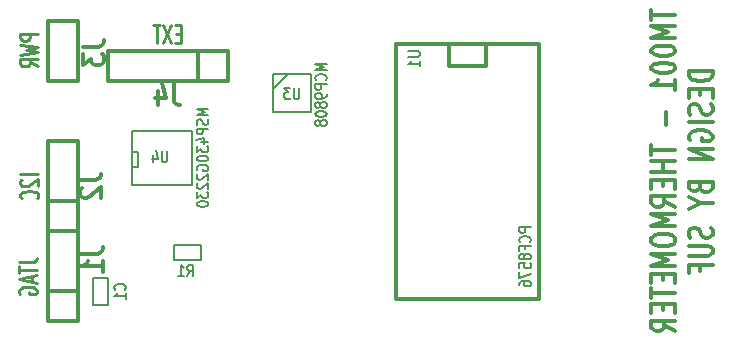
<source format=gbo>
G04 (created by PCBNEW-RS274X (2012-01-19 BZR 3256)-stable) date 18/05/2013 06:36:34*
G01*
G70*
G90*
%MOIN*%
G04 Gerber Fmt 3.4, Leading zero omitted, Abs format*
%FSLAX34Y34*%
G04 APERTURE LIST*
%ADD10C,0.006000*%
%ADD11C,0.012000*%
%ADD12C,0.005000*%
%ADD13C,0.008000*%
%ADD14C,0.005900*%
%ADD15C,0.011800*%
%ADD16C,0.010000*%
G04 APERTURE END LIST*
G54D10*
G54D11*
X80124Y-37114D02*
X80124Y-37457D01*
X80924Y-37286D02*
X80124Y-37286D01*
X80924Y-37657D02*
X80124Y-37657D01*
X80695Y-37857D01*
X80124Y-38057D01*
X80924Y-38057D01*
X80124Y-38457D02*
X80124Y-38514D01*
X80162Y-38571D01*
X80200Y-38600D01*
X80276Y-38629D01*
X80429Y-38657D01*
X80619Y-38657D01*
X80771Y-38629D01*
X80848Y-38600D01*
X80886Y-38571D01*
X80924Y-38514D01*
X80924Y-38457D01*
X80886Y-38400D01*
X80848Y-38371D01*
X80771Y-38343D01*
X80619Y-38314D01*
X80429Y-38314D01*
X80276Y-38343D01*
X80200Y-38371D01*
X80162Y-38400D01*
X80124Y-38457D01*
X80124Y-39028D02*
X80124Y-39085D01*
X80162Y-39142D01*
X80200Y-39171D01*
X80276Y-39200D01*
X80429Y-39228D01*
X80619Y-39228D01*
X80771Y-39200D01*
X80848Y-39171D01*
X80886Y-39142D01*
X80924Y-39085D01*
X80924Y-39028D01*
X80886Y-38971D01*
X80848Y-38942D01*
X80771Y-38914D01*
X80619Y-38885D01*
X80429Y-38885D01*
X80276Y-38914D01*
X80200Y-38942D01*
X80162Y-38971D01*
X80124Y-39028D01*
X80924Y-39799D02*
X80924Y-39456D01*
X80924Y-39628D02*
X80124Y-39628D01*
X80238Y-39571D01*
X80314Y-39513D01*
X80352Y-39456D01*
X80619Y-40513D02*
X80619Y-40970D01*
X80124Y-41627D02*
X80124Y-41970D01*
X80924Y-41799D02*
X80124Y-41799D01*
X80924Y-42170D02*
X80124Y-42170D01*
X80505Y-42170D02*
X80505Y-42513D01*
X80924Y-42513D02*
X80124Y-42513D01*
X80505Y-42799D02*
X80505Y-42999D01*
X80924Y-43085D02*
X80924Y-42799D01*
X80124Y-42799D01*
X80124Y-43085D01*
X80924Y-43685D02*
X80543Y-43485D01*
X80924Y-43342D02*
X80124Y-43342D01*
X80124Y-43570D01*
X80162Y-43628D01*
X80200Y-43656D01*
X80276Y-43685D01*
X80390Y-43685D01*
X80467Y-43656D01*
X80505Y-43628D01*
X80543Y-43570D01*
X80543Y-43342D01*
X80924Y-43942D02*
X80124Y-43942D01*
X80695Y-44142D01*
X80124Y-44342D01*
X80924Y-44342D01*
X80124Y-44742D02*
X80124Y-44856D01*
X80162Y-44914D01*
X80238Y-44971D01*
X80390Y-44999D01*
X80657Y-44999D01*
X80810Y-44971D01*
X80886Y-44914D01*
X80924Y-44856D01*
X80924Y-44742D01*
X80886Y-44685D01*
X80810Y-44628D01*
X80657Y-44599D01*
X80390Y-44599D01*
X80238Y-44628D01*
X80162Y-44685D01*
X80124Y-44742D01*
X80924Y-45257D02*
X80124Y-45257D01*
X80695Y-45457D01*
X80124Y-45657D01*
X80924Y-45657D01*
X80505Y-45943D02*
X80505Y-46143D01*
X80924Y-46229D02*
X80924Y-45943D01*
X80124Y-45943D01*
X80124Y-46229D01*
X80124Y-46400D02*
X80124Y-46743D01*
X80924Y-46572D02*
X80124Y-46572D01*
X80505Y-46943D02*
X80505Y-47143D01*
X80924Y-47229D02*
X80924Y-46943D01*
X80124Y-46943D01*
X80124Y-47229D01*
X80924Y-47829D02*
X80543Y-47629D01*
X80924Y-47486D02*
X80124Y-47486D01*
X80124Y-47714D01*
X80162Y-47772D01*
X80200Y-47800D01*
X80276Y-47829D01*
X80390Y-47829D01*
X80467Y-47800D01*
X80505Y-47772D01*
X80543Y-47714D01*
X80543Y-47486D01*
X82164Y-39158D02*
X81364Y-39158D01*
X81364Y-39301D01*
X81402Y-39386D01*
X81478Y-39444D01*
X81554Y-39472D01*
X81707Y-39501D01*
X81821Y-39501D01*
X81973Y-39472D01*
X82050Y-39444D01*
X82126Y-39386D01*
X82164Y-39301D01*
X82164Y-39158D01*
X81745Y-39758D02*
X81745Y-39958D01*
X82164Y-40044D02*
X82164Y-39758D01*
X81364Y-39758D01*
X81364Y-40044D01*
X82126Y-40272D02*
X82164Y-40358D01*
X82164Y-40501D01*
X82126Y-40558D01*
X82088Y-40587D01*
X82011Y-40615D01*
X81935Y-40615D01*
X81859Y-40587D01*
X81821Y-40558D01*
X81783Y-40501D01*
X81745Y-40387D01*
X81707Y-40329D01*
X81669Y-40301D01*
X81592Y-40272D01*
X81516Y-40272D01*
X81440Y-40301D01*
X81402Y-40329D01*
X81364Y-40387D01*
X81364Y-40529D01*
X81402Y-40615D01*
X82164Y-40872D02*
X81364Y-40872D01*
X81402Y-41472D02*
X81364Y-41415D01*
X81364Y-41329D01*
X81402Y-41244D01*
X81478Y-41186D01*
X81554Y-41158D01*
X81707Y-41129D01*
X81821Y-41129D01*
X81973Y-41158D01*
X82050Y-41186D01*
X82126Y-41244D01*
X82164Y-41329D01*
X82164Y-41386D01*
X82126Y-41472D01*
X82088Y-41501D01*
X81821Y-41501D01*
X81821Y-41386D01*
X82164Y-41758D02*
X81364Y-41758D01*
X82164Y-42101D01*
X81364Y-42101D01*
X81745Y-43044D02*
X81783Y-43130D01*
X81821Y-43158D01*
X81897Y-43187D01*
X82011Y-43187D01*
X82088Y-43158D01*
X82126Y-43130D01*
X82164Y-43072D01*
X82164Y-42844D01*
X81364Y-42844D01*
X81364Y-43044D01*
X81402Y-43101D01*
X81440Y-43130D01*
X81516Y-43158D01*
X81592Y-43158D01*
X81669Y-43130D01*
X81707Y-43101D01*
X81745Y-43044D01*
X81745Y-42844D01*
X81783Y-43558D02*
X82164Y-43558D01*
X81364Y-43358D02*
X81783Y-43558D01*
X81364Y-43758D01*
X82126Y-44386D02*
X82164Y-44472D01*
X82164Y-44615D01*
X82126Y-44672D01*
X82088Y-44701D01*
X82011Y-44729D01*
X81935Y-44729D01*
X81859Y-44701D01*
X81821Y-44672D01*
X81783Y-44615D01*
X81745Y-44501D01*
X81707Y-44443D01*
X81669Y-44415D01*
X81592Y-44386D01*
X81516Y-44386D01*
X81440Y-44415D01*
X81402Y-44443D01*
X81364Y-44501D01*
X81364Y-44643D01*
X81402Y-44729D01*
X81364Y-44986D02*
X82011Y-44986D01*
X82088Y-45014D01*
X82126Y-45043D01*
X82164Y-45100D01*
X82164Y-45214D01*
X82126Y-45272D01*
X82088Y-45300D01*
X82011Y-45329D01*
X81364Y-45329D01*
X81745Y-45815D02*
X81745Y-45615D01*
X82164Y-45615D02*
X81364Y-45615D01*
X81364Y-45901D01*
X71620Y-38250D02*
X71620Y-46750D01*
X76370Y-46750D02*
X76370Y-38250D01*
X76370Y-38250D02*
X71620Y-38250D01*
X71620Y-46750D02*
X76370Y-46750D01*
X73370Y-38250D02*
X73370Y-39000D01*
X73370Y-39000D02*
X74620Y-39000D01*
X74620Y-39000D02*
X74620Y-38250D01*
G54D12*
X62800Y-42950D02*
X64800Y-42950D01*
X64800Y-42950D02*
X64800Y-41150D01*
X64800Y-41150D02*
X62800Y-41150D01*
X62800Y-41150D02*
X62800Y-42950D01*
X62800Y-42350D02*
X63000Y-42350D01*
X63000Y-42350D02*
X63000Y-41850D01*
X63000Y-41850D02*
X62800Y-41850D01*
G54D13*
X68025Y-39275D02*
X67525Y-39750D01*
X67525Y-39275D02*
X68775Y-39275D01*
X68775Y-39275D02*
X68775Y-40525D01*
X68775Y-40525D02*
X67525Y-40525D01*
X67525Y-40525D02*
X67525Y-39275D01*
G54D11*
X60000Y-44500D02*
X61000Y-44500D01*
X61000Y-44500D02*
X61000Y-41500D01*
X61000Y-41500D02*
X60000Y-41500D01*
X60000Y-41500D02*
X60000Y-44500D01*
X61000Y-43500D02*
X60000Y-43500D01*
X60000Y-47500D02*
X61000Y-47500D01*
X61000Y-47500D02*
X61000Y-44500D01*
X61000Y-44500D02*
X60000Y-44500D01*
X60000Y-44500D02*
X60000Y-47500D01*
X61000Y-46500D02*
X60000Y-46500D01*
G54D12*
X61500Y-46050D02*
X61500Y-46950D01*
X61500Y-46950D02*
X62000Y-46950D01*
X62000Y-46950D02*
X62000Y-46050D01*
X62000Y-46050D02*
X61500Y-46050D01*
X65100Y-44950D02*
X64200Y-44950D01*
X64200Y-44950D02*
X64200Y-45450D01*
X64200Y-45450D02*
X65100Y-45450D01*
X65100Y-45450D02*
X65100Y-44950D01*
G54D11*
X61000Y-37500D02*
X60000Y-37500D01*
X60000Y-37500D02*
X60000Y-39500D01*
X60000Y-39500D02*
X61000Y-39500D01*
X61000Y-39500D02*
X61000Y-37500D01*
X66000Y-38500D02*
X66000Y-38500D01*
X66000Y-39500D02*
X66000Y-38500D01*
X66000Y-38500D02*
X66000Y-38500D01*
X66000Y-38500D02*
X62000Y-38500D01*
X62000Y-38500D02*
X62000Y-39500D01*
X62000Y-39500D02*
X66000Y-39500D01*
X65000Y-39500D02*
X65000Y-38500D01*
G54D14*
X72015Y-38510D02*
X72334Y-38510D01*
X72372Y-38525D01*
X72391Y-38540D01*
X72409Y-38570D01*
X72409Y-38630D01*
X72391Y-38660D01*
X72372Y-38675D01*
X72334Y-38690D01*
X72015Y-38690D01*
X72409Y-39005D02*
X72409Y-38825D01*
X72409Y-38915D02*
X72015Y-38915D01*
X72072Y-38885D01*
X72109Y-38855D01*
X72128Y-38825D01*
X76109Y-44375D02*
X75715Y-44375D01*
X75715Y-44495D01*
X75734Y-44525D01*
X75753Y-44540D01*
X75791Y-44555D01*
X75847Y-44555D01*
X75884Y-44540D01*
X75903Y-44525D01*
X75922Y-44495D01*
X75922Y-44375D01*
X76072Y-44870D02*
X76091Y-44855D01*
X76109Y-44810D01*
X76109Y-44780D01*
X76091Y-44735D01*
X76053Y-44705D01*
X76016Y-44690D01*
X75941Y-44675D01*
X75884Y-44675D01*
X75809Y-44690D01*
X75772Y-44705D01*
X75734Y-44735D01*
X75715Y-44780D01*
X75715Y-44810D01*
X75734Y-44855D01*
X75753Y-44870D01*
X75903Y-45110D02*
X75903Y-45005D01*
X76109Y-45005D02*
X75715Y-45005D01*
X75715Y-45155D01*
X75884Y-45320D02*
X75866Y-45290D01*
X75847Y-45275D01*
X75809Y-45260D01*
X75791Y-45260D01*
X75753Y-45275D01*
X75734Y-45290D01*
X75715Y-45320D01*
X75715Y-45380D01*
X75734Y-45410D01*
X75753Y-45425D01*
X75791Y-45440D01*
X75809Y-45440D01*
X75847Y-45425D01*
X75866Y-45410D01*
X75884Y-45380D01*
X75884Y-45320D01*
X75903Y-45290D01*
X75922Y-45275D01*
X75959Y-45260D01*
X76034Y-45260D01*
X76072Y-45275D01*
X76091Y-45290D01*
X76109Y-45320D01*
X76109Y-45380D01*
X76091Y-45410D01*
X76072Y-45425D01*
X76034Y-45440D01*
X75959Y-45440D01*
X75922Y-45425D01*
X75903Y-45410D01*
X75884Y-45380D01*
X75715Y-45725D02*
X75715Y-45575D01*
X75903Y-45560D01*
X75884Y-45575D01*
X75866Y-45605D01*
X75866Y-45680D01*
X75884Y-45710D01*
X75903Y-45725D01*
X75941Y-45740D01*
X76034Y-45740D01*
X76072Y-45725D01*
X76091Y-45710D01*
X76109Y-45680D01*
X76109Y-45605D01*
X76091Y-45575D01*
X76072Y-45560D01*
X75715Y-45845D02*
X75715Y-46055D01*
X76109Y-45920D01*
X75715Y-46310D02*
X75715Y-46250D01*
X75734Y-46220D01*
X75753Y-46205D01*
X75809Y-46175D01*
X75884Y-46160D01*
X76034Y-46160D01*
X76072Y-46175D01*
X76091Y-46190D01*
X76109Y-46220D01*
X76109Y-46280D01*
X76091Y-46310D01*
X76072Y-46325D01*
X76034Y-46340D01*
X75941Y-46340D01*
X75903Y-46325D01*
X75884Y-46310D01*
X75866Y-46280D01*
X75866Y-46220D01*
X75884Y-46190D01*
X75903Y-46175D01*
X75941Y-46160D01*
X63990Y-41815D02*
X63990Y-42134D01*
X63975Y-42172D01*
X63960Y-42191D01*
X63930Y-42209D01*
X63870Y-42209D01*
X63840Y-42191D01*
X63825Y-42172D01*
X63810Y-42134D01*
X63810Y-41815D01*
X63525Y-41947D02*
X63525Y-42209D01*
X63600Y-41797D02*
X63675Y-42078D01*
X63480Y-42078D01*
X65359Y-40430D02*
X64965Y-40430D01*
X65247Y-40535D01*
X64965Y-40640D01*
X65359Y-40640D01*
X65341Y-40775D02*
X65359Y-40820D01*
X65359Y-40895D01*
X65341Y-40925D01*
X65322Y-40940D01*
X65284Y-40955D01*
X65247Y-40955D01*
X65209Y-40940D01*
X65191Y-40925D01*
X65172Y-40895D01*
X65153Y-40835D01*
X65134Y-40805D01*
X65116Y-40790D01*
X65078Y-40775D01*
X65041Y-40775D01*
X65003Y-40790D01*
X64984Y-40805D01*
X64965Y-40835D01*
X64965Y-40910D01*
X64984Y-40955D01*
X65359Y-41090D02*
X64965Y-41090D01*
X64965Y-41210D01*
X64984Y-41240D01*
X65003Y-41255D01*
X65041Y-41270D01*
X65097Y-41270D01*
X65134Y-41255D01*
X65153Y-41240D01*
X65172Y-41210D01*
X65172Y-41090D01*
X65097Y-41540D02*
X65359Y-41540D01*
X64947Y-41465D02*
X65228Y-41390D01*
X65228Y-41585D01*
X64965Y-41675D02*
X64965Y-41870D01*
X65116Y-41765D01*
X65116Y-41810D01*
X65134Y-41840D01*
X65153Y-41855D01*
X65191Y-41870D01*
X65284Y-41870D01*
X65322Y-41855D01*
X65341Y-41840D01*
X65359Y-41810D01*
X65359Y-41720D01*
X65341Y-41690D01*
X65322Y-41675D01*
X64965Y-42065D02*
X64965Y-42095D01*
X64984Y-42125D01*
X65003Y-42140D01*
X65041Y-42155D01*
X65116Y-42170D01*
X65209Y-42170D01*
X65284Y-42155D01*
X65322Y-42140D01*
X65341Y-42125D01*
X65359Y-42095D01*
X65359Y-42065D01*
X65341Y-42035D01*
X65322Y-42020D01*
X65284Y-42005D01*
X65209Y-41990D01*
X65116Y-41990D01*
X65041Y-42005D01*
X65003Y-42020D01*
X64984Y-42035D01*
X64965Y-42065D01*
X64984Y-42470D02*
X64965Y-42440D01*
X64965Y-42395D01*
X64984Y-42350D01*
X65022Y-42320D01*
X65059Y-42305D01*
X65134Y-42290D01*
X65191Y-42290D01*
X65266Y-42305D01*
X65303Y-42320D01*
X65341Y-42350D01*
X65359Y-42395D01*
X65359Y-42425D01*
X65341Y-42470D01*
X65322Y-42485D01*
X65191Y-42485D01*
X65191Y-42425D01*
X65003Y-42605D02*
X64984Y-42620D01*
X64965Y-42650D01*
X64965Y-42725D01*
X64984Y-42755D01*
X65003Y-42770D01*
X65041Y-42785D01*
X65078Y-42785D01*
X65134Y-42770D01*
X65359Y-42590D01*
X65359Y-42785D01*
X65003Y-42905D02*
X64984Y-42920D01*
X64965Y-42950D01*
X64965Y-43025D01*
X64984Y-43055D01*
X65003Y-43070D01*
X65041Y-43085D01*
X65078Y-43085D01*
X65134Y-43070D01*
X65359Y-42890D01*
X65359Y-43085D01*
X64965Y-43190D02*
X64965Y-43385D01*
X65116Y-43280D01*
X65116Y-43325D01*
X65134Y-43355D01*
X65153Y-43370D01*
X65191Y-43385D01*
X65284Y-43385D01*
X65322Y-43370D01*
X65341Y-43355D01*
X65359Y-43325D01*
X65359Y-43235D01*
X65341Y-43205D01*
X65322Y-43190D01*
X64965Y-43580D02*
X64965Y-43610D01*
X64984Y-43640D01*
X65003Y-43655D01*
X65041Y-43670D01*
X65116Y-43685D01*
X65209Y-43685D01*
X65284Y-43670D01*
X65322Y-43655D01*
X65341Y-43640D01*
X65359Y-43610D01*
X65359Y-43580D01*
X65341Y-43550D01*
X65322Y-43535D01*
X65284Y-43520D01*
X65209Y-43505D01*
X65116Y-43505D01*
X65041Y-43520D01*
X65003Y-43535D01*
X64984Y-43550D01*
X64965Y-43580D01*
X68390Y-39715D02*
X68390Y-40034D01*
X68375Y-40072D01*
X68360Y-40091D01*
X68330Y-40109D01*
X68270Y-40109D01*
X68240Y-40091D01*
X68225Y-40072D01*
X68210Y-40034D01*
X68210Y-39715D01*
X68090Y-39715D02*
X67895Y-39715D01*
X68000Y-39866D01*
X67955Y-39866D01*
X67925Y-39884D01*
X67910Y-39903D01*
X67895Y-39941D01*
X67895Y-40034D01*
X67910Y-40072D01*
X67925Y-40091D01*
X67955Y-40109D01*
X68045Y-40109D01*
X68075Y-40091D01*
X68090Y-40072D01*
X69309Y-38930D02*
X68915Y-38930D01*
X69197Y-39035D01*
X68915Y-39140D01*
X69309Y-39140D01*
X69272Y-39470D02*
X69291Y-39455D01*
X69309Y-39410D01*
X69309Y-39380D01*
X69291Y-39335D01*
X69253Y-39305D01*
X69216Y-39290D01*
X69141Y-39275D01*
X69084Y-39275D01*
X69009Y-39290D01*
X68972Y-39305D01*
X68934Y-39335D01*
X68915Y-39380D01*
X68915Y-39410D01*
X68934Y-39455D01*
X68953Y-39470D01*
X69309Y-39605D02*
X68915Y-39605D01*
X68915Y-39725D01*
X68934Y-39755D01*
X68953Y-39770D01*
X68991Y-39785D01*
X69047Y-39785D01*
X69084Y-39770D01*
X69103Y-39755D01*
X69122Y-39725D01*
X69122Y-39605D01*
X69309Y-39935D02*
X69309Y-39995D01*
X69291Y-40025D01*
X69272Y-40040D01*
X69216Y-40070D01*
X69141Y-40085D01*
X68991Y-40085D01*
X68953Y-40070D01*
X68934Y-40055D01*
X68915Y-40025D01*
X68915Y-39965D01*
X68934Y-39935D01*
X68953Y-39920D01*
X68991Y-39905D01*
X69084Y-39905D01*
X69122Y-39920D01*
X69141Y-39935D01*
X69159Y-39965D01*
X69159Y-40025D01*
X69141Y-40055D01*
X69122Y-40070D01*
X69084Y-40085D01*
X69084Y-40265D02*
X69066Y-40235D01*
X69047Y-40220D01*
X69009Y-40205D01*
X68991Y-40205D01*
X68953Y-40220D01*
X68934Y-40235D01*
X68915Y-40265D01*
X68915Y-40325D01*
X68934Y-40355D01*
X68953Y-40370D01*
X68991Y-40385D01*
X69009Y-40385D01*
X69047Y-40370D01*
X69066Y-40355D01*
X69084Y-40325D01*
X69084Y-40265D01*
X69103Y-40235D01*
X69122Y-40220D01*
X69159Y-40205D01*
X69234Y-40205D01*
X69272Y-40220D01*
X69291Y-40235D01*
X69309Y-40265D01*
X69309Y-40325D01*
X69291Y-40355D01*
X69272Y-40370D01*
X69234Y-40385D01*
X69159Y-40385D01*
X69122Y-40370D01*
X69103Y-40355D01*
X69084Y-40325D01*
X68915Y-40580D02*
X68915Y-40610D01*
X68934Y-40640D01*
X68953Y-40655D01*
X68991Y-40670D01*
X69066Y-40685D01*
X69159Y-40685D01*
X69234Y-40670D01*
X69272Y-40655D01*
X69291Y-40640D01*
X69309Y-40610D01*
X69309Y-40580D01*
X69291Y-40550D01*
X69272Y-40535D01*
X69234Y-40520D01*
X69159Y-40505D01*
X69066Y-40505D01*
X68991Y-40520D01*
X68953Y-40535D01*
X68934Y-40550D01*
X68915Y-40580D01*
X69084Y-40865D02*
X69066Y-40835D01*
X69047Y-40820D01*
X69009Y-40805D01*
X68991Y-40805D01*
X68953Y-40820D01*
X68934Y-40835D01*
X68915Y-40865D01*
X68915Y-40925D01*
X68934Y-40955D01*
X68953Y-40970D01*
X68991Y-40985D01*
X69009Y-40985D01*
X69047Y-40970D01*
X69066Y-40955D01*
X69084Y-40925D01*
X69084Y-40865D01*
X69103Y-40835D01*
X69122Y-40820D01*
X69159Y-40805D01*
X69234Y-40805D01*
X69272Y-40820D01*
X69291Y-40835D01*
X69309Y-40865D01*
X69309Y-40925D01*
X69291Y-40955D01*
X69272Y-40970D01*
X69234Y-40985D01*
X69159Y-40985D01*
X69122Y-40970D01*
X69103Y-40955D01*
X69084Y-40925D01*
G54D15*
X61077Y-42804D02*
X61584Y-42804D01*
X61685Y-42775D01*
X61753Y-42719D01*
X61786Y-42635D01*
X61786Y-42578D01*
X61145Y-43057D02*
X61111Y-43085D01*
X61077Y-43141D01*
X61077Y-43282D01*
X61111Y-43338D01*
X61145Y-43366D01*
X61213Y-43394D01*
X61280Y-43394D01*
X61381Y-43366D01*
X61786Y-43028D01*
X61786Y-43394D01*
G54D16*
X59693Y-42610D02*
X59093Y-42610D01*
X59150Y-42781D02*
X59121Y-42800D01*
X59093Y-42838D01*
X59093Y-42934D01*
X59121Y-42972D01*
X59150Y-42991D01*
X59207Y-43010D01*
X59264Y-43010D01*
X59350Y-42991D01*
X59693Y-42762D01*
X59693Y-43010D01*
X59636Y-43410D02*
X59664Y-43391D01*
X59693Y-43334D01*
X59693Y-43296D01*
X59664Y-43238D01*
X59607Y-43200D01*
X59550Y-43181D01*
X59436Y-43162D01*
X59350Y-43162D01*
X59236Y-43181D01*
X59179Y-43200D01*
X59121Y-43238D01*
X59093Y-43296D01*
X59093Y-43334D01*
X59121Y-43391D01*
X59150Y-43410D01*
G54D15*
X61127Y-45254D02*
X61634Y-45254D01*
X61735Y-45225D01*
X61803Y-45169D01*
X61836Y-45085D01*
X61836Y-45028D01*
X61836Y-45844D02*
X61836Y-45507D01*
X61836Y-45675D02*
X61127Y-45675D01*
X61229Y-45619D01*
X61296Y-45563D01*
X61330Y-45507D01*
G54D16*
X59043Y-45534D02*
X59471Y-45534D01*
X59557Y-45514D01*
X59614Y-45476D01*
X59643Y-45419D01*
X59643Y-45381D01*
X59043Y-45667D02*
X59043Y-45896D01*
X59643Y-45781D02*
X59043Y-45781D01*
X59471Y-46010D02*
X59471Y-46201D01*
X59643Y-45972D02*
X59043Y-46105D01*
X59643Y-46239D01*
X59071Y-46582D02*
X59043Y-46544D01*
X59043Y-46487D01*
X59071Y-46429D01*
X59129Y-46391D01*
X59186Y-46372D01*
X59300Y-46353D01*
X59386Y-46353D01*
X59500Y-46372D01*
X59557Y-46391D01*
X59614Y-46429D01*
X59643Y-46487D01*
X59643Y-46525D01*
X59614Y-46582D01*
X59586Y-46601D01*
X59386Y-46601D01*
X59386Y-46525D01*
G54D14*
X62572Y-46448D02*
X62591Y-46433D01*
X62609Y-46388D01*
X62609Y-46358D01*
X62591Y-46313D01*
X62553Y-46283D01*
X62516Y-46268D01*
X62441Y-46253D01*
X62384Y-46253D01*
X62309Y-46268D01*
X62272Y-46283D01*
X62234Y-46313D01*
X62215Y-46358D01*
X62215Y-46388D01*
X62234Y-46433D01*
X62253Y-46448D01*
X62609Y-46748D02*
X62609Y-46568D01*
X62609Y-46658D02*
X62215Y-46658D01*
X62272Y-46628D01*
X62309Y-46598D01*
X62328Y-46568D01*
X64652Y-46009D02*
X64757Y-45822D01*
X64832Y-46009D02*
X64832Y-45615D01*
X64712Y-45615D01*
X64682Y-45634D01*
X64667Y-45653D01*
X64652Y-45691D01*
X64652Y-45747D01*
X64667Y-45784D01*
X64682Y-45803D01*
X64712Y-45822D01*
X64832Y-45822D01*
X64352Y-46009D02*
X64532Y-46009D01*
X64442Y-46009D02*
X64442Y-45615D01*
X64472Y-45672D01*
X64502Y-45709D01*
X64532Y-45728D01*
G54D15*
X61177Y-38354D02*
X61684Y-38354D01*
X61785Y-38325D01*
X61853Y-38269D01*
X61886Y-38185D01*
X61886Y-38128D01*
X61177Y-38578D02*
X61177Y-38944D01*
X61448Y-38747D01*
X61448Y-38832D01*
X61481Y-38888D01*
X61515Y-38916D01*
X61583Y-38944D01*
X61751Y-38944D01*
X61819Y-38916D01*
X61853Y-38888D01*
X61886Y-38832D01*
X61886Y-38663D01*
X61853Y-38607D01*
X61819Y-38578D01*
G54D16*
X59693Y-37917D02*
X59093Y-37917D01*
X59093Y-38070D01*
X59121Y-38108D01*
X59150Y-38127D01*
X59207Y-38146D01*
X59293Y-38146D01*
X59350Y-38127D01*
X59379Y-38108D01*
X59407Y-38070D01*
X59407Y-37917D01*
X59093Y-38279D02*
X59693Y-38374D01*
X59264Y-38451D01*
X59693Y-38527D01*
X59093Y-38622D01*
X59693Y-39003D02*
X59407Y-38869D01*
X59693Y-38774D02*
X59093Y-38774D01*
X59093Y-38927D01*
X59121Y-38965D01*
X59150Y-38984D01*
X59207Y-39003D01*
X59293Y-39003D01*
X59350Y-38984D01*
X59379Y-38965D01*
X59407Y-38927D01*
X59407Y-38774D01*
G54D15*
X64196Y-39577D02*
X64196Y-40084D01*
X64225Y-40185D01*
X64281Y-40253D01*
X64365Y-40286D01*
X64422Y-40286D01*
X63662Y-39814D02*
X63662Y-40286D01*
X63803Y-39544D02*
X63943Y-40050D01*
X63578Y-40050D01*
G54D16*
X64429Y-37929D02*
X64295Y-37929D01*
X64238Y-38243D02*
X64429Y-38243D01*
X64429Y-37643D01*
X64238Y-37643D01*
X64105Y-37643D02*
X63838Y-38243D01*
X63838Y-37643D02*
X64105Y-38243D01*
X63743Y-37643D02*
X63514Y-37643D01*
X63629Y-38243D02*
X63629Y-37643D01*
M02*

</source>
